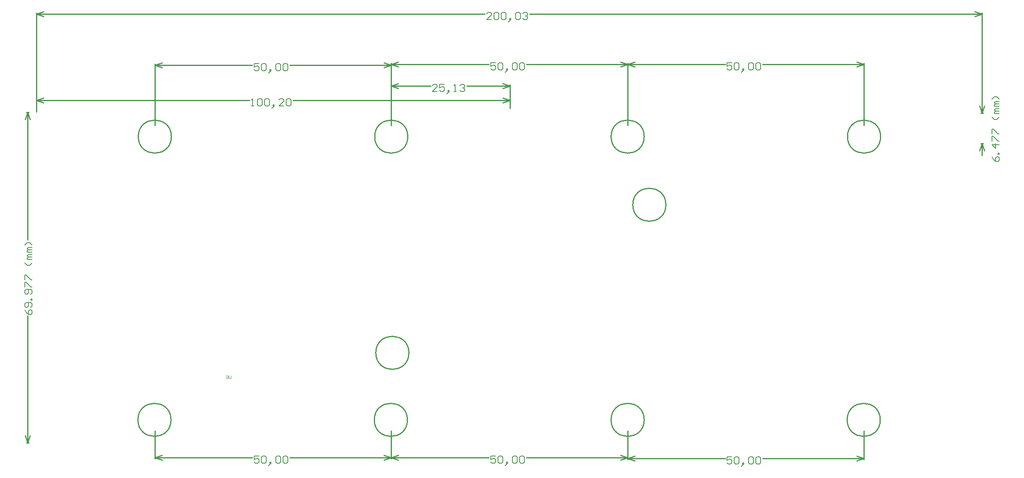
<source format=gm1>
G04*
G04 #@! TF.GenerationSoftware,Altium Limited,Altium Designer,23.7.1 (13)*
G04*
G04 Layer_Color=16711935*
%FSLAX44Y44*%
%MOMM*%
G71*
G04*
G04 #@! TF.SameCoordinates,9AC6D79B-6B5E-4FBD-9D38-37E555C90168*
G04*
G04*
G04 #@! TF.FilePolarity,Positive*
G04*
G01*
G75*
%ADD13C,0.1000*%
%ADD15C,0.2540*%
%ADD201C,0.1524*%
D13*
X411480Y143158D02*
Y138160D01*
X410480Y137160D01*
X408481D01*
X407481Y138160D01*
Y143158D01*
X401483D02*
X405482D01*
Y140159D01*
X403483Y141159D01*
X402483D01*
X401483Y140159D01*
Y138160D01*
X402483Y137160D01*
X404482D01*
X405482Y138160D01*
D15*
X1785000Y49770D02*
G03*
X1785000Y49770I-35000J0D01*
G01*
X1785760Y649770D02*
G03*
X1785760Y649770I-35000J0D01*
G01*
X285000Y49770D02*
G03*
X285000Y49770I-35000J0D01*
G01*
X285760Y649770D02*
G03*
X285760Y649770I-35000J0D01*
G01*
X788110Y191770D02*
G03*
X788110Y191770I-35000J0D01*
G01*
X1331670Y505460D02*
G03*
X1331670Y505460I-35000J0D01*
G01*
X1285760Y649770D02*
G03*
X1285760Y649770I-35000J0D01*
G01*
Y49770D02*
G03*
X1285760Y49770I-35000J0D01*
G01*
X785000D02*
G03*
X785000Y49770I-35000J0D01*
G01*
X785760Y649770D02*
G03*
X785760Y649770I-35000J0D01*
G01*
X1997710Y699770D02*
X2002790D01*
X1997710Y635000D02*
X2002790D01*
X2000250Y699770D02*
X2005330Y715010D01*
X1995170D02*
X2000250Y699770D01*
Y635000D02*
X2005330Y619760D01*
X1995170D02*
X2000250Y635000D01*
Y699770D02*
Y725170D01*
Y609600D02*
Y635000D01*
X-20826Y700888D02*
X-15746D01*
X-20826Y1118D02*
X-15746D01*
X-18285Y700888D02*
X-13205Y685648D01*
X-23365D02*
X-18285Y700888D01*
Y1118D02*
X-13205Y16358D01*
X-23365D02*
X-18285Y1118D01*
Y431243D02*
Y700888D01*
Y1118D02*
Y270764D01*
X750760Y756920D02*
X766000Y762000D01*
X750760Y756920D02*
X766000Y751840D01*
X986790D02*
X1002030Y756920D01*
X986790Y762000D02*
X1002030Y756920D01*
X750760D02*
X833988D01*
X910674D02*
X1002030D01*
X750760Y673326D02*
Y759460D01*
X1002030Y709930D02*
Y759460D01*
X1250760Y-31750D02*
X1266000Y-26670D01*
X1250760Y-31750D02*
X1266000Y-36830D01*
X1735520D02*
X1750760Y-31750D01*
X1735520Y-26670D02*
X1750760Y-31750D01*
X1250760D02*
X1457083D01*
X1536308D02*
X1750760D01*
X1250760Y-34290D02*
Y26214D01*
X1750760Y-34290D02*
Y26214D01*
X750760Y-30480D02*
X766000Y-25400D01*
X750760Y-30480D02*
X766000Y-35560D01*
X1235520D02*
X1250760Y-30480D01*
X1235520Y-25400D02*
X1250760Y-30480D01*
X750760D02*
X957084D01*
X1036309D02*
X1250760D01*
X750760Y-33020D02*
Y26214D01*
X1250760Y-33020D02*
Y26214D01*
X250760Y-30480D02*
X266000Y-25400D01*
X250760Y-30480D02*
X266000Y-35560D01*
X735520D02*
X750760Y-30480D01*
X735520Y-25400D02*
X750760Y-30480D01*
X250760D02*
X457084D01*
X536309D02*
X750760D01*
X250760Y-33020D02*
Y26214D01*
X750760Y-33020D02*
Y26214D01*
X1250760Y802640D02*
X1266000Y807720D01*
X1250760Y802640D02*
X1266000Y797560D01*
X1735520D02*
X1750760Y802640D01*
X1735520Y807720D02*
X1750760Y802640D01*
X1250760D02*
X1457083D01*
X1536308D02*
X1750760D01*
X1250760Y673326D02*
Y805180D01*
X1750760Y673326D02*
Y805180D01*
X750760Y802640D02*
X766000Y807720D01*
X750760Y802640D02*
X766000Y797560D01*
X1235520D02*
X1250760Y802640D01*
X1235520Y807720D02*
X1250760Y802640D01*
X750760D02*
X957084D01*
X1036309D02*
X1250760D01*
X750760Y673326D02*
Y805180D01*
X1250760Y673326D02*
Y805180D01*
X250760Y801370D02*
X266000Y806450D01*
X250760Y801370D02*
X266000Y796290D01*
X735520D02*
X750760Y801370D01*
X735520Y806450D02*
X750760Y801370D01*
X250760D02*
X457084D01*
X536309D02*
X750760D01*
X250760Y673326D02*
Y803910D01*
X750760Y673326D02*
Y803910D01*
X0Y726440D02*
X15240Y731520D01*
X0Y726440D02*
X15240Y721360D01*
X986790D02*
X1002030Y726440D01*
X986790Y731520D02*
X1002030Y726440D01*
X0D02*
X450990D01*
X542911D02*
X1002030D01*
X0Y702540D02*
Y728980D01*
X1002030Y709930D02*
Y728980D01*
X0Y909320D02*
X15240Y914400D01*
X0Y909320D02*
X15240Y904240D01*
X1985010D02*
X2000250Y909320D01*
X1985010Y914400D02*
X2000250Y909320D01*
X0D02*
X948831D01*
X1043291D02*
X2000250D01*
X0Y702540D02*
Y911860D01*
X2000250Y699770D02*
Y911860D01*
D201*
X2021581Y607460D02*
X2024120Y602382D01*
X2029199Y597303D01*
X2034277D01*
X2036816Y599842D01*
Y604921D01*
X2034277Y607460D01*
X2031738D01*
X2029199Y604921D01*
Y597303D01*
X2036816Y612538D02*
X2034277D01*
Y615078D01*
X2036816D01*
Y612538D01*
Y632852D02*
X2021581D01*
X2029199Y625234D01*
Y635391D01*
X2021581Y640469D02*
Y650626D01*
X2024120D01*
X2034277Y640469D01*
X2036816D01*
X2021581Y655704D02*
Y665861D01*
X2024120D01*
X2034277Y655704D01*
X2036816D01*
Y691253D02*
X2031738Y686174D01*
X2026659D01*
X2021581Y691253D01*
X2036816Y698870D02*
X2026659D01*
Y701410D01*
X2029199Y703949D01*
X2036816D01*
X2029199D01*
X2026659Y706488D01*
X2029199Y709027D01*
X2036816D01*
Y714105D02*
X2026659D01*
Y716645D01*
X2029199Y719184D01*
X2036816D01*
X2029199D01*
X2026659Y721723D01*
X2029199Y724262D01*
X2036816D01*
Y729341D02*
X2031738Y734419D01*
X2026659D01*
X2021581Y729341D01*
X-24379Y283461D02*
X-21840Y278382D01*
X-16761Y273304D01*
X-11683D01*
X-9144Y275843D01*
Y280921D01*
X-11683Y283461D01*
X-14222D01*
X-16761Y280921D01*
Y273304D01*
X-11683Y288539D02*
X-9144Y291078D01*
Y296157D01*
X-11683Y298696D01*
X-21840D01*
X-24379Y296157D01*
Y291078D01*
X-21840Y288539D01*
X-19301D01*
X-16761Y291078D01*
Y298696D01*
X-9144Y303774D02*
X-11683D01*
Y306313D01*
X-9144D01*
Y303774D01*
X-11683Y316470D02*
X-9144Y319009D01*
Y324088D01*
X-11683Y326627D01*
X-21840D01*
X-24379Y324088D01*
Y319009D01*
X-21840Y316470D01*
X-19301D01*
X-16761Y319009D01*
Y326627D01*
X-24379Y331705D02*
Y341862D01*
X-21840D01*
X-11683Y331705D01*
X-9144D01*
X-24379Y346940D02*
Y357097D01*
X-21840D01*
X-11683Y346940D01*
X-9144D01*
Y382489D02*
X-14222Y377410D01*
X-19301D01*
X-24379Y382489D01*
X-9144Y390106D02*
X-19301D01*
Y392645D01*
X-16761Y395185D01*
X-9144D01*
X-16761D01*
X-19301Y397724D01*
X-16761Y400263D01*
X-9144D01*
Y405341D02*
X-19301D01*
Y407881D01*
X-16761Y410420D01*
X-9144D01*
X-16761D01*
X-19301Y412959D01*
X-16761Y415498D01*
X-9144D01*
Y420576D02*
X-14222Y425655D01*
X-19301D01*
X-24379Y420576D01*
X848209Y745239D02*
X838052D01*
X848209Y755396D01*
Y757935D01*
X845670Y760474D01*
X840591D01*
X838052Y757935D01*
X863444Y760474D02*
X853287D01*
Y752857D01*
X858365Y755396D01*
X860905D01*
X863444Y752857D01*
Y747778D01*
X860905Y745239D01*
X855826D01*
X853287Y747778D01*
X871061Y742700D02*
X873601Y745239D01*
Y747778D01*
X871061D01*
Y745239D01*
X873601D01*
X871061Y742700D01*
X868522Y740161D01*
X883757Y745239D02*
X888836D01*
X886296D01*
Y760474D01*
X883757Y757935D01*
X896453D02*
X898992Y760474D01*
X904071D01*
X906610Y757935D01*
Y755396D01*
X904071Y752857D01*
X901532D01*
X904071D01*
X906610Y750318D01*
Y747778D01*
X904071Y745239D01*
X898992D01*
X896453Y747778D01*
X1471304Y-28196D02*
X1461147D01*
Y-35813D01*
X1466226Y-33274D01*
X1468765D01*
X1471304Y-35813D01*
Y-40891D01*
X1468765Y-43431D01*
X1463687D01*
X1461147Y-40891D01*
X1476383Y-30735D02*
X1478922Y-28196D01*
X1484000D01*
X1486539Y-30735D01*
Y-40891D01*
X1484000Y-43431D01*
X1478922D01*
X1476383Y-40891D01*
Y-30735D01*
X1494157Y-45970D02*
X1496696Y-43431D01*
Y-40891D01*
X1494157D01*
Y-43431D01*
X1496696D01*
X1494157Y-45970D01*
X1491618Y-48509D01*
X1506853Y-30735D02*
X1509392Y-28196D01*
X1514470D01*
X1517009Y-30735D01*
Y-40891D01*
X1514470Y-43431D01*
X1509392D01*
X1506853Y-40891D01*
Y-30735D01*
X1522088D02*
X1524627Y-28196D01*
X1529705D01*
X1532245Y-30735D01*
Y-40891D01*
X1529705Y-43431D01*
X1524627D01*
X1522088Y-40891D01*
Y-30735D01*
X971304Y-26926D02*
X961148D01*
Y-34543D01*
X966226Y-32004D01*
X968765D01*
X971304Y-34543D01*
Y-39622D01*
X968765Y-42161D01*
X963687D01*
X961148Y-39622D01*
X976383Y-29465D02*
X978922Y-26926D01*
X984000D01*
X986539Y-29465D01*
Y-39622D01*
X984000Y-42161D01*
X978922D01*
X976383Y-39622D01*
Y-29465D01*
X994157Y-44700D02*
X996696Y-42161D01*
Y-39622D01*
X994157D01*
Y-42161D01*
X996696D01*
X994157Y-44700D01*
X991618Y-47239D01*
X1006853Y-29465D02*
X1009392Y-26926D01*
X1014470D01*
X1017009Y-29465D01*
Y-39622D01*
X1014470Y-42161D01*
X1009392D01*
X1006853Y-39622D01*
Y-29465D01*
X1022088D02*
X1024627Y-26926D01*
X1029705D01*
X1032244Y-29465D01*
Y-39622D01*
X1029705Y-42161D01*
X1024627D01*
X1022088Y-39622D01*
Y-29465D01*
X471304Y-26926D02*
X461147D01*
Y-34543D01*
X466226Y-32004D01*
X468765D01*
X471304Y-34543D01*
Y-39622D01*
X468765Y-42161D01*
X463687D01*
X461147Y-39622D01*
X476383Y-29465D02*
X478922Y-26926D01*
X484000D01*
X486539Y-29465D01*
Y-39622D01*
X484000Y-42161D01*
X478922D01*
X476383Y-39622D01*
Y-29465D01*
X494157Y-44700D02*
X496696Y-42161D01*
Y-39622D01*
X494157D01*
Y-42161D01*
X496696D01*
X494157Y-44700D01*
X491618Y-47239D01*
X506853Y-29465D02*
X509392Y-26926D01*
X514470D01*
X517009Y-29465D01*
Y-39622D01*
X514470Y-42161D01*
X509392D01*
X506853Y-39622D01*
Y-29465D01*
X522088D02*
X524627Y-26926D01*
X529705D01*
X532244Y-29465D01*
Y-39622D01*
X529705Y-42161D01*
X524627D01*
X522088Y-39622D01*
Y-29465D01*
X1471304Y806194D02*
X1461147D01*
Y798577D01*
X1466226Y801116D01*
X1468765D01*
X1471304Y798577D01*
Y793499D01*
X1468765Y790959D01*
X1463687D01*
X1461147Y793499D01*
X1476383Y803655D02*
X1478922Y806194D01*
X1484000D01*
X1486539Y803655D01*
Y793499D01*
X1484000Y790959D01*
X1478922D01*
X1476383Y793499D01*
Y803655D01*
X1494157Y788420D02*
X1496696Y790959D01*
Y793499D01*
X1494157D01*
Y790959D01*
X1496696D01*
X1494157Y788420D01*
X1491618Y785881D01*
X1506853Y803655D02*
X1509392Y806194D01*
X1514470D01*
X1517009Y803655D01*
Y793499D01*
X1514470Y790959D01*
X1509392D01*
X1506853Y793499D01*
Y803655D01*
X1522088D02*
X1524627Y806194D01*
X1529705D01*
X1532245Y803655D01*
Y793499D01*
X1529705Y790959D01*
X1524627D01*
X1522088Y793499D01*
Y803655D01*
X971304Y806194D02*
X961148D01*
Y798577D01*
X966226Y801116D01*
X968765D01*
X971304Y798577D01*
Y793499D01*
X968765Y790959D01*
X963687D01*
X961148Y793499D01*
X976383Y803655D02*
X978922Y806194D01*
X984000D01*
X986539Y803655D01*
Y793499D01*
X984000Y790959D01*
X978922D01*
X976383Y793499D01*
Y803655D01*
X994157Y788420D02*
X996696Y790959D01*
Y793499D01*
X994157D01*
Y790959D01*
X996696D01*
X994157Y788420D01*
X991618Y785881D01*
X1006853Y803655D02*
X1009392Y806194D01*
X1014470D01*
X1017009Y803655D01*
Y793499D01*
X1014470Y790959D01*
X1009392D01*
X1006853Y793499D01*
Y803655D01*
X1022088D02*
X1024627Y806194D01*
X1029705D01*
X1032244Y803655D01*
Y793499D01*
X1029705Y790959D01*
X1024627D01*
X1022088Y793499D01*
Y803655D01*
X471304Y804924D02*
X461147D01*
Y797307D01*
X466226Y799846D01*
X468765D01*
X471304Y797307D01*
Y792228D01*
X468765Y789689D01*
X463687D01*
X461147Y792228D01*
X476383Y802385D02*
X478922Y804924D01*
X484000D01*
X486539Y802385D01*
Y792228D01*
X484000Y789689D01*
X478922D01*
X476383Y792228D01*
Y802385D01*
X494157Y787150D02*
X496696Y789689D01*
Y792228D01*
X494157D01*
Y789689D01*
X496696D01*
X494157Y787150D01*
X491618Y784611D01*
X506853Y802385D02*
X509392Y804924D01*
X514470D01*
X517009Y802385D01*
Y792228D01*
X514470Y789689D01*
X509392D01*
X506853Y792228D01*
Y802385D01*
X522088D02*
X524627Y804924D01*
X529705D01*
X532244Y802385D01*
Y792228D01*
X529705Y789689D01*
X524627D01*
X522088Y792228D01*
Y802385D01*
X455055Y714759D02*
X460133D01*
X457594D01*
Y729994D01*
X455055Y727455D01*
X467750D02*
X470290Y729994D01*
X475368D01*
X477907Y727455D01*
Y717299D01*
X475368Y714759D01*
X470290D01*
X467750Y717299D01*
Y727455D01*
X482985D02*
X485525Y729994D01*
X490603D01*
X493142Y727455D01*
Y717299D01*
X490603Y714759D01*
X485525D01*
X482985Y717299D01*
Y727455D01*
X500760Y712220D02*
X503299Y714759D01*
Y717299D01*
X500760D01*
Y714759D01*
X503299D01*
X500760Y712220D01*
X498221Y709681D01*
X523612Y714759D02*
X513456D01*
X523612Y724916D01*
Y727455D01*
X521073Y729994D01*
X515995D01*
X513456Y727455D01*
X528691D02*
X531230Y729994D01*
X536308D01*
X538847Y727455D01*
Y717299D01*
X536308Y714759D01*
X531230D01*
X528691Y717299D01*
Y727455D01*
X963052Y897639D02*
X952895D01*
X963052Y907796D01*
Y910335D01*
X960512Y912874D01*
X955434D01*
X952895Y910335D01*
X968130D02*
X970669Y912874D01*
X975748D01*
X978287Y910335D01*
Y900179D01*
X975748Y897639D01*
X970669D01*
X968130Y900179D01*
Y910335D01*
X983365D02*
X985904Y912874D01*
X990983D01*
X993522Y910335D01*
Y900179D01*
X990983Y897639D01*
X985904D01*
X983365Y900179D01*
Y910335D01*
X1001139Y895100D02*
X1003679Y897639D01*
Y900179D01*
X1001139D01*
Y897639D01*
X1003679D01*
X1001139Y895100D01*
X998600Y892561D01*
X1013835Y910335D02*
X1016374Y912874D01*
X1021453D01*
X1023992Y910335D01*
Y900179D01*
X1021453Y897639D01*
X1016374D01*
X1013835Y900179D01*
Y910335D01*
X1029070D02*
X1031609Y912874D01*
X1036688D01*
X1039227Y910335D01*
Y907796D01*
X1036688Y905257D01*
X1034149D01*
X1036688D01*
X1039227Y902718D01*
Y900179D01*
X1036688Y897639D01*
X1031609D01*
X1029070Y900179D01*
M02*

</source>
